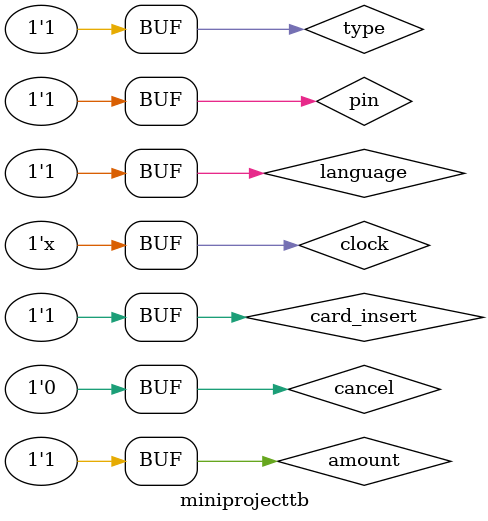
<source format=v>
module miniproject(receipt,card_insert,pin,language,type,amount,clock,cancel);
output reg receipt ;
input card_insert,pin,language,type,amount,clock,cancel ;
reg [2:0] q,d;
integer counter;
initial
begin
 counter = 4'b0000;
end

parameter idle=3'b000 , welcome=3'b001 , choose_lang=3'b010 , type_acc=3'b011 , enter_amount = 3'b100 , waiting=3'b101 ;

always @ (*)
 begin receipt=0;
   case(q)
	   idle : d<=card_insert  ? welcome      : idle         ;
        welcome : d<=pin          ? choose_lang  : welcome      ;
    choose_lang : d<=language     ? type_acc     : choose_lang  ;
       type_acc : d<=type         ? enter_amount : type_acc     ;
   enter_amount : d<=amount       ? waiting      : enter_amount ;
        waiting : begin
			d<=idle;
			receipt=1;
		  end
	default : d<=3'bxxx;
   endcase
 end

always @ (posedge clock)
begin 
 if(cancel == 1)
    q<=0;
 else
    q<=d;
end
endmodule

module miniprojecttb();
wire receipt ;
reg card_insert,pin,language,type,amount,clock,cancel ;

miniproject mini(receipt,card_insert,pin,language,type,amount,clock,cancel);

initial 
 begin
      clock  = 0;
      cancel = 1;
  #12  cancel = 0;
 end

always
    #10 clock = ~clock;

initial
 begin
		card_insert = 0;
	#10	card_insert = 0;
	#20	card_insert = 1;
	#20	pin         = 0;
	#20	pin         = 1;
	#20	language    = 1;
	#20	type        = 1;
	#20	amount      = 1;
 end

endmodule

</source>
